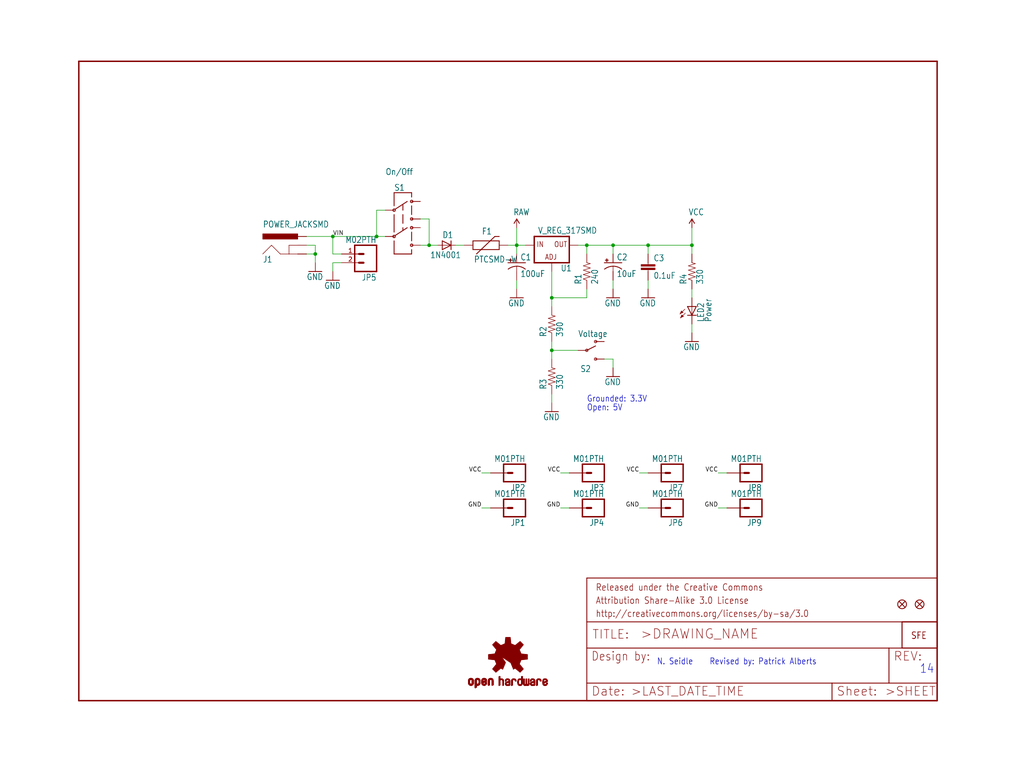
<source format=kicad_sch>
(kicad_sch (version 20211123) (generator eeschema)
  (paper "User" 297.002 223.926)
  (lib_symbols
    (symbol "schematicEagle-eagle-import:AYZ0202"
      (property "Value" "AYZ0202" (at -2.54 -12.7 0))
      (symbol "AYZ0202_1_0"
        (pin bidirectional line (at 5.08 0 180) (length 2.54) (name "3") (number "1"))
        (pin bidirectional line (at -5.08 2.54 0) (length 2.54) (name "2") (number "2"))
        (pin bidirectional line (at 5.08 5.08 180) (length 2.54) (name "1") (number "3"))
        (pin bidirectional line (at 5.08 -7.62 180) (length 2.54) (name "6") (number "4"))
        (pin bidirectional line (at -5.08 -5.08 0) (length 2.54) (name "5") (number "5"))
        (pin bidirectional line (at 5.08 -2.54 180) (length 2.54) (name "4") (number "6"))
      )
    )
    (symbol "schematicEagle-eagle-import:CAP0603-CAP"
      (property "Reference" "C" (at 1.524 2.921 0))
      (property "Value" "CAP0603-CAP" (at 1.524 -2.159 0))
      (symbol "CAP0603-CAP_1_0"
        (pin passive line (at 0 5.08 270) (length 2.54) (name "1") (number "1"))
        (pin passive line (at 0 -2.54 90) (length 2.54) (name "2") (number "2"))
      )
    )
    (symbol "schematicEagle-eagle-import:CAP_POL1206"
      (property "Reference" "C" (at 1.016 0.635 0))
      (property "Value" "CAP_POL1206" (at 1.016 -4.191 0))
      (symbol "CAP_POL1206_1_0"
        (pin passive line (at 0 2.54 270) (length 2.54) (name "+") (number "A"))
        (pin passive line (at 0 -5.08 90) (length 2.54) (name "-") (number "C"))
      )
    )
    (symbol "schematicEagle-eagle-import:CAP_POL7343"
      (property "Reference" "C" (at 1.016 0.635 0))
      (property "Value" "CAP_POL7343" (at 1.016 -4.191 0))
      (symbol "CAP_POL7343_1_0"
        (pin passive line (at 0 2.54 270) (length 2.54) (name "+") (number "A"))
        (pin passive line (at 0 -5.08 90) (length 2.54) (name "-") (number "C"))
      )
    )
    (symbol "schematicEagle-eagle-import:DIODESMA-TYLERALT1"
      (property "Reference" "D" (at 2.54 0.4826 0))
      (property "Value" "DIODESMA-TYLERALT1" (at 2.54 -2.3114 0))
      (symbol "DIODESMA-TYLERALT1_1_0"
        (pin passive line (at -2.54 0 0) (length 2.54) (name "A") (number "A"))
        (pin passive line (at 2.54 0 180) (length 2.54) (name "C") (number "C"))
      )
    )
    (symbol "schematicEagle-eagle-import:FIDUCIAL1X2")
    (symbol "schematicEagle-eagle-import:FRAME-LETTER"
      (symbol "FRAME-LETTER_2_0"
        (text ">DRAWING_NAME" (at 15.494 17.78 0) (effects (font (size 2.7432 2.7432)) (justify left bottom)))
        (text ">LAST_DATE_TIME" (at 12.7 1.27 0) (effects (font (size 2.54 2.54)) (justify left bottom)))
        (text ">SHEET" (at 86.36 1.27 0) (effects (font (size 2.54 2.54)) (justify left bottom)))
        (text "Attribution Share-Alike 3.0 License" (at 2.54 27.94 0) (effects (font (size 1.9304 1.6408)) (justify left bottom)))
        (text "Date:" (at 1.27 1.27 0) (effects (font (size 2.54 2.54)) (justify left bottom)))
        (text "Design by:" (at 1.27 11.43 0) (effects (font (size 2.54 2.159)) (justify left bottom)))
        (text "http://creativecommons.org/licenses/by-sa/3.0" (at 2.54 24.13 0) (effects (font (size 1.9304 1.6408)) (justify left bottom)))
        (text "Released under the Creative Commons" (at 2.54 31.75 0) (effects (font (size 1.9304 1.6408)) (justify left bottom)))
        (text "REV:" (at 88.9 11.43 0) (effects (font (size 2.54 2.54)) (justify left bottom)))
        (text "Sheet:" (at 72.39 1.27 0) (effects (font (size 2.54 2.54)) (justify left bottom)))
        (text "TITLE:" (at 1.524 17.78 0) (effects (font (size 2.54 2.54)) (justify left bottom)))
      )
    )
    (symbol "schematicEagle-eagle-import:GND" (power)
      (property "Value" "GND" (at -2.54 -2.54 0))
      (symbol "GND_1_0"
        (pin power_in line (at 0 2.54 270) (length 2.54) (name "GND") (number "1"))
      )
    )
    (symbol "schematicEagle-eagle-import:LED1206"
      (property "Reference" "LED" (at 3.556 -4.572 90))
      (property "Value" "LED1206" (at 5.715 -4.572 90))
      (symbol "LED1206_1_0"
        (pin passive line (at 0 2.54 270) (length 2.54) (name "A") (number "A"))
        (pin passive line (at 0 -5.08 90) (length 2.54) (name "C") (number "C"))
      )
    )
    (symbol "schematicEagle-eagle-import:LOGO-SFENEW"
      (symbol "LOGO-SFENEW_1_0"
        (text "SFE" (at 0 0 0) (effects (font (size 1.9304 1.6408)) (justify left bottom)))
      )
    )
    (symbol "schematicEagle-eagle-import:LOGO-SFESK"
      (symbol "LOGO-SFESK_1_0"
        (text "SFE" (at 0 0 0) (effects (font (size 1.9304 1.6408)) (justify left bottom)))
      )
    )
    (symbol "schematicEagle-eagle-import:M01PTH"
      (property "Reference" "JP" (at -2.54 3.302 0))
      (property "Value" "M01PTH" (at -2.54 -5.08 0))
      (symbol "M01PTH_1_0"
        (pin passive line (at 7.62 0 180) (length 5.08) (name "1") (number "1"))
      )
    )
    (symbol "schematicEagle-eagle-import:M02PTH"
      (property "Reference" "JP" (at -2.54 5.842 0))
      (property "Value" "M02PTH" (at -2.54 -5.08 0))
      (symbol "M02PTH_1_0"
        (pin passive line (at 7.62 0 180) (length 5.08) (name "1") (number "1"))
        (pin passive line (at 7.62 2.54 180) (length 5.08) (name "2") (number "2"))
      )
    )
    (symbol "schematicEagle-eagle-import:OSHW-LOGOS")
    (symbol "schematicEagle-eagle-import:POWER_JACKSMD"
      (property "Reference" "J" (at -10.16 0 0))
      (property "Value" "POWER_JACKSMD" (at -10.16 10.16 0))
      (symbol "POWER_JACKSMD_1_0"
        (pin bidirectional line (at 2.54 5.08 180) (length 2.54) (name "GNDBREAK") (number "GND"))
        (pin bidirectional line (at 2.54 2.54 180) (length 2.54) (name "GND") (number "P$4"))
        (pin bidirectional line (at 2.54 7.62 180) (length 2.54) (name "PWR") (number "VIN0"))
      )
    )
    (symbol "schematicEagle-eagle-import:PTCSMD-W"
      (property "Reference" "F" (at -2.54 3.048 0))
      (property "Value" "PTCSMD-W" (at -3.302 -5.08 0))
      (symbol "PTCSMD-W_1_0"
        (pin bidirectional line (at -5.08 0 0) (length 2.54) (name "1") (number "1"))
        (pin bidirectional line (at 7.62 0 180) (length 2.54) (name "2") (number "2"))
      )
    )
    (symbol "schematicEagle-eagle-import:RESISTOR0603-RES"
      (property "Reference" "R" (at -3.81 1.4986 0))
      (property "Value" "RESISTOR0603-RES" (at -3.81 -3.302 0))
      (symbol "RESISTOR0603-RES_1_0"
        (pin passive line (at -5.08 0 0) (length 2.54) (name "1") (number "1"))
        (pin passive line (at 5.08 0 180) (length 2.54) (name "2") (number "2"))
      )
    )
    (symbol "schematicEagle-eagle-import:SWITCH-SPSTSMD"
      (property "Reference" "S" (at -1.905 -6.35 0))
      (property "Value" "SWITCH-SPSTSMD" (at -2.54 3.81 0))
      (symbol "SWITCH-SPSTSMD_1_0"
        (pin passive line (at 5.08 2.54 180) (length 2.54) (name "O") (number "1"))
        (pin passive line (at -2.54 0 0) (length 2.54) (name "P") (number "2"))
        (pin passive line (at 5.08 -2.54 180) (length 2.54) (name "S") (number "3"))
      )
    )
    (symbol "schematicEagle-eagle-import:VCC" (power)
      (property "Value" "VCC" (at -1.016 3.556 0))
      (symbol "VCC_1_0"
        (pin power_in line (at 0 0 90) (length 2.54) (name "VCC") (number "1"))
      )
    )
    (symbol "schematicEagle-eagle-import:V_REG_317SMD"
      (property "Reference" "U" (at 2.54 -7.62 0))
      (property "Value" "V_REG_317SMD" (at 2.54 -10.16 0))
      (symbol "V_REG_317SMD_1_0"
        (text "ADJ" (at -2.032 -4.318 0) (effects (font (size 1.524 1.2954)) (justify left bottom)))
        (text "IN" (at -4.445 -0.635 0) (effects (font (size 1.524 1.2954)) (justify left bottom)))
        (text "OUT" (at 0.635 -0.635 0) (effects (font (size 1.524 1.2954)) (justify left bottom)))
        (pin input line (at 0 -7.62 90) (length 2.54) (name "ADJ") (number "1"))
        (pin output line (at 7.62 0 180) (length 2.54) (name "OUT") (number "2"))
        (pin input line (at -7.62 0 0) (length 2.54) (name "IN") (number "3"))
      )
    )
  )
  (junction (at 187.96 71.12))
  (junction (at 149.86 71.12))
  (junction (at 170.18 71.12))
  (junction (at 96.52 68.58))
  (junction (at 177.8 71.12))
  (junction (at 124.46 71.12))
  (junction (at 200.66 71.12))
  (junction (at 91.44 73.66))
  (junction (at 160.02 101.6))
  (junction (at 160.02 86.36))
  (junction (at 109.22 68.58))
  (wire (pts (xy 187.96 71.12) (xy 200.66 71.12)))
  (wire (pts (xy 160.02 86.36) (xy 160.02 78.74)))
  (wire (pts (xy 170.18 71.12) (xy 177.8 71.12)))
  (wire (pts (xy 175.26 104.14) (xy 177.8 104.14)))
  (wire (pts (xy 99.06 76.2) (xy 96.52 76.2)))
  (wire (pts (xy 160.02 101.6) (xy 160.02 104.14)))
  (wire (pts (xy 170.18 73.66) (xy 170.18 71.12)))
  (wire (pts (xy 187.96 73.66) (xy 187.96 71.12)))
  (wire (pts (xy 124.46 71.12) (xy 127 71.12)))
  (wire (pts (xy 210.82 147.32) (xy 208.28 147.32)))
  (wire (pts (xy 177.8 71.12) (xy 187.96 71.12)))
  (wire (pts (xy 99.06 73.66) (xy 96.52 73.66)))
  (wire (pts (xy 170.18 86.36) (xy 160.02 86.36)))
  (wire (pts (xy 142.24 147.32) (xy 139.7 147.32)))
  (wire (pts (xy 149.86 71.12) (xy 149.86 66.04)))
  (wire (pts (xy 142.24 137.16) (xy 139.7 137.16)))
  (wire (pts (xy 96.52 68.58) (xy 109.22 68.58)))
  (wire (pts (xy 167.64 101.6) (xy 160.02 101.6)))
  (wire (pts (xy 160.02 99.06) (xy 160.02 101.6)))
  (wire (pts (xy 149.86 83.82) (xy 149.86 81.28)))
  (wire (pts (xy 187.96 147.32) (xy 185.42 147.32)))
  (wire (pts (xy 149.86 73.66) (xy 149.86 71.12)))
  (wire (pts (xy 165.1 137.16) (xy 162.56 137.16)))
  (wire (pts (xy 91.44 76.2) (xy 91.44 73.66)))
  (wire (pts (xy 200.66 73.66) (xy 200.66 71.12)))
  (wire (pts (xy 210.82 137.16) (xy 208.28 137.16)))
  (wire (pts (xy 187.96 83.82) (xy 187.96 81.28)))
  (wire (pts (xy 147.32 71.12) (xy 149.86 71.12)))
  (wire (pts (xy 96.52 76.2) (xy 96.52 78.74)))
  (wire (pts (xy 91.44 73.66) (xy 88.9 73.66)))
  (wire (pts (xy 177.8 73.66) (xy 177.8 71.12)))
  (wire (pts (xy 109.22 60.96) (xy 109.22 68.58)))
  (wire (pts (xy 170.18 83.82) (xy 170.18 86.36)))
  (wire (pts (xy 187.96 137.16) (xy 185.42 137.16)))
  (wire (pts (xy 177.8 104.14) (xy 177.8 106.68)))
  (wire (pts (xy 91.44 71.12) (xy 91.44 73.66)))
  (wire (pts (xy 149.86 71.12) (xy 152.4 71.12)))
  (wire (pts (xy 160.02 88.9) (xy 160.02 86.36)))
  (wire (pts (xy 88.9 71.12) (xy 91.44 71.12)))
  (wire (pts (xy 200.66 71.12) (xy 200.66 66.04)))
  (wire (pts (xy 121.92 63.5) (xy 124.46 63.5)))
  (wire (pts (xy 111.76 60.96) (xy 109.22 60.96)))
  (wire (pts (xy 167.64 71.12) (xy 170.18 71.12)))
  (wire (pts (xy 88.9 68.58) (xy 96.52 68.58)))
  (wire (pts (xy 121.92 71.12) (xy 124.46 71.12)))
  (wire (pts (xy 96.52 73.66) (xy 96.52 68.58)))
  (wire (pts (xy 124.46 63.5) (xy 124.46 71.12)))
  (wire (pts (xy 177.8 83.82) (xy 177.8 81.28)))
  (wire (pts (xy 200.66 96.52) (xy 200.66 93.98)))
  (wire (pts (xy 109.22 68.58) (xy 111.76 68.58)))
  (wire (pts (xy 132.08 71.12) (xy 134.62 71.12)))
  (wire (pts (xy 165.1 147.32) (xy 162.56 147.32)))
  (wire (pts (xy 200.66 86.36) (xy 200.66 83.82)))
  (wire (pts (xy 160.02 114.3) (xy 160.02 116.84)))
  (text "Open: 5V" (at 170.18 119.38 180) (effects (font (size 1.778 1.5113)) (justify left bottom)))
  (text "Revised by: Patrick Alberts" (at 205.74 193.04 180) (effects (font (size 1.778 1.5113)) (justify left bottom)))
  (text "14" (at 266.7 195.58 180) (effects (font (size 2.54 2.159)) (justify left bottom)))
  (text "Grounded: 3.3V" (at 170.18 116.84 180) (effects (font (size 1.778 1.5113)) (justify left bottom)))
  (text "N. Seidle" (at 190.5 193.04 180) (effects (font (size 1.778 1.5113)) (justify left bottom)))
  (label "GND" (at 208.28 147.32 180) (effects (font (size 1.2446 1.2446))))
  (label "VIN" (at 96.52 68.58 0) (effects (font (size 1.2446 1.2446))))
  (label "VCC" (at 162.56 137.16 180) (effects (font (size 1.2446 1.2446))))
  (label "GND" (at 162.56 147.32 180) (effects (font (size 1.2446 1.2446))))
  (label "VCC" (at 185.42 137.16 180) (effects (font (size 1.2446 1.2446))))
  (label "VCC" (at 208.28 137.16 180) (effects (font (size 1.2446 1.2446))))
  (label "GND" (at 139.7 147.32 180) (effects (font (size 1.2446 1.2446))))
  (label "VCC" (at 139.7 137.16 180) (effects (font (size 1.2446 1.2446))))
  (label "GND" (at 185.42 147.32 180) (effects (font (size 1.2446 1.2446))))
  (symbol (lib_id "schematicEagle-eagle-import:M01PTH") (at 218.44 137.16 180) (unit 1)
    (property "Reference" "JP8" (at 220.98 140.462 0) (effects (font (size 1.778 1.5113)) (justify left bottom)))
    (property "Value" "M01PTH" (at 220.98 132.08 0) (effects (font (size 1.778 1.5113)) (justify left bottom)))
    (property "Footprint" "schematicEagle:1X01" (effects hide))
  )
  (symbol (lib_id "schematicEagle-eagle-import:FIDUCIAL1X2") (at 266.7 175.26 0) (unit 1)
    (property "Reference" "U$4" (effects hide))
    (property "Value" "FIDUCIAL1X2" (effects hide))
    (property "Footprint" "schematicEagle:FIDUCIAL-1X2" (effects hide))
  )
  (symbol (lib_id "schematicEagle-eagle-import:FRAME-LETTER") (at 22.86 203.2 0) (unit 1)
    (property "Reference" "FRAME1" (effects hide))
    (property "Value" "FRAME-LETTER" (effects hide))
    (property "Footprint" "schematicEagle:CREATIVE_COMMONS" (effects hide))
  )
  (symbol (lib_id "schematicEagle-eagle-import:AYZ0202") (at 116.84 63.5 0) (unit 1)
    (property "Reference" "S1" (at 114.3 55.372 0) (effects (font (size 1.778 1.5113)) (justify left bottom)))
    (property "Value" "On/Off" (at 111.76 50.8 0) (effects (font (size 1.778 1.5113)) (justify left bottom)))
    (property "Footprint" "schematicEagle:AYZ0202" (effects hide))
  )
  (symbol (lib_id "schematicEagle-eagle-import:LOGO-SFENEW") (at 264.16 185.42 0) (unit 1)
    (property "Reference" "U$2" (effects hide))
    (property "Value" "LOGO-SFENEW" (effects hide))
    (property "Footprint" "schematicEagle:SFE-NEW-WEBLOGO" (effects hide))
  )
  (symbol (lib_id "schematicEagle-eagle-import:CAP_POL1206") (at 177.8 76.2 0) (unit 1)
    (property "Reference" "C2" (at 178.816 75.565 0) (effects (font (size 1.778 1.5113)) (justify left bottom)))
    (property "Value" "10uF" (at 178.816 80.391 0) (effects (font (size 1.778 1.5113)) (justify left bottom)))
    (property "Footprint" "schematicEagle:EIA3216" (effects hide))
  )
  (symbol (lib_id "schematicEagle-eagle-import:GND") (at 96.52 81.28 0) (unit 1)
    (property "Reference" "#GND7" (effects hide))
    (property "Value" "GND" (at 93.98 83.82 0) (effects (font (size 1.778 1.5113)) (justify left bottom)))
    (property "Footprint" "schematicEagle:" (effects hide))
  )
  (symbol (lib_id "schematicEagle-eagle-import:FRAME-LETTER") (at 170.18 203.2 0) (unit 2)
    (property "Reference" "FRAME1" (effects hide))
    (property "Value" "FRAME-LETTER" (effects hide))
    (property "Footprint" "schematicEagle:CREATIVE_COMMONS" (effects hide))
  )
  (symbol (lib_id "schematicEagle-eagle-import:GND") (at 160.02 119.38 0) (unit 1)
    (property "Reference" "#GND4" (effects hide))
    (property "Value" "GND" (at 157.48 121.92 0) (effects (font (size 1.778 1.5113)) (justify left bottom)))
    (property "Footprint" "schematicEagle:" (effects hide))
  )
  (symbol (lib_id "schematicEagle-eagle-import:M01PTH") (at 195.58 137.16 180) (unit 1)
    (property "Reference" "JP7" (at 198.12 140.462 0) (effects (font (size 1.778 1.5113)) (justify left bottom)))
    (property "Value" "M01PTH" (at 198.12 132.08 0) (effects (font (size 1.778 1.5113)) (justify left bottom)))
    (property "Footprint" "schematicEagle:1X01" (effects hide))
  )
  (symbol (lib_id "schematicEagle-eagle-import:M02PTH") (at 106.68 73.66 180) (unit 1)
    (property "Reference" "JP5" (at 109.22 79.502 0) (effects (font (size 1.778 1.5113)) (justify left bottom)))
    (property "Value" "M02PTH" (at 109.22 68.58 0) (effects (font (size 1.778 1.5113)) (justify left bottom)))
    (property "Footprint" "schematicEagle:1X02" (effects hide))
  )
  (symbol (lib_id "schematicEagle-eagle-import:V_REG_317SMD") (at 160.02 71.12 0) (unit 1)
    (property "Reference" "U1" (at 162.56 78.74 0) (effects (font (size 1.778 1.5113)) (justify left bottom)))
    (property "Value" "V_REG_317SMD" (at 155.956 67.818 0) (effects (font (size 1.778 1.5113)) (justify left bottom)))
    (property "Footprint" "schematicEagle:SOT223" (effects hide))
  )
  (symbol (lib_id "schematicEagle-eagle-import:RESISTOR0603-RES") (at 160.02 93.98 90) (unit 1)
    (property "Reference" "R2" (at 158.5214 97.79 0) (effects (font (size 1.778 1.5113)) (justify left bottom)))
    (property "Value" "390" (at 163.322 97.79 0) (effects (font (size 1.778 1.5113)) (justify left bottom)))
    (property "Footprint" "schematicEagle:0603-RES" (effects hide))
  )
  (symbol (lib_id "schematicEagle-eagle-import:LOGO-SFESK") (at 264.16 185.42 0) (unit 1)
    (property "Reference" "U$1" (effects hide))
    (property "Value" "LOGO-SFESK" (effects hide))
    (property "Footprint" "schematicEagle:SFE-LOGO-FLAME" (effects hide))
  )
  (symbol (lib_id "schematicEagle-eagle-import:GND") (at 200.66 99.06 0) (unit 1)
    (property "Reference" "#GND3" (effects hide))
    (property "Value" "GND" (at 198.12 101.6 0) (effects (font (size 1.778 1.5113)) (justify left bottom)))
    (property "Footprint" "schematicEagle:" (effects hide))
  )
  (symbol (lib_id "schematicEagle-eagle-import:RESISTOR0603-RES") (at 170.18 78.74 90) (unit 1)
    (property "Reference" "R1" (at 168.6814 82.55 0) (effects (font (size 1.778 1.5113)) (justify left bottom)))
    (property "Value" "240" (at 173.482 82.55 0) (effects (font (size 1.778 1.5113)) (justify left bottom)))
    (property "Footprint" "schematicEagle:0603-RES" (effects hide))
  )
  (symbol (lib_id "schematicEagle-eagle-import:GND") (at 187.96 86.36 0) (unit 1)
    (property "Reference" "#GND2" (effects hide))
    (property "Value" "GND" (at 185.42 88.9 0) (effects (font (size 1.778 1.5113)) (justify left bottom)))
    (property "Footprint" "schematicEagle:" (effects hide))
  )
  (symbol (lib_id "schematicEagle-eagle-import:DIODESMA-TYLERALT1") (at 129.54 71.12 0) (unit 1)
    (property "Reference" "D1" (at 128.27 69.1134 0) (effects (font (size 1.778 1.5113)) (justify left bottom)))
    (property "Value" "1N4001" (at 124.714 74.93 0) (effects (font (size 1.778 1.5113)) (justify left bottom)))
    (property "Footprint" "schematicEagle:SMA-DIODE-TYLERALT1" (effects hide))
  )
  (symbol (lib_id "schematicEagle-eagle-import:M01PTH") (at 172.72 137.16 180) (unit 1)
    (property "Reference" "JP3" (at 175.26 140.462 0) (effects (font (size 1.778 1.5113)) (justify left bottom)))
    (property "Value" "M01PTH" (at 175.26 132.08 0) (effects (font (size 1.778 1.5113)) (justify left bottom)))
    (property "Footprint" "schematicEagle:1X01" (effects hide))
  )
  (symbol (lib_id "schematicEagle-eagle-import:CAP0603-CAP") (at 187.96 78.74 0) (unit 1)
    (property "Reference" "C3" (at 189.484 75.819 0) (effects (font (size 1.778 1.5113)) (justify left bottom)))
    (property "Value" "0.1uF" (at 189.484 80.899 0) (effects (font (size 1.778 1.5113)) (justify left bottom)))
    (property "Footprint" "schematicEagle:0603-CAP" (effects hide))
  )
  (symbol (lib_id "schematicEagle-eagle-import:RESISTOR0603-RES") (at 200.66 78.74 90) (unit 1)
    (property "Reference" "R4" (at 199.1614 82.55 0) (effects (font (size 1.778 1.5113)) (justify left bottom)))
    (property "Value" "330" (at 203.962 82.55 0) (effects (font (size 1.778 1.5113)) (justify left bottom)))
    (property "Footprint" "schematicEagle:0603-RES" (effects hide))
  )
  (symbol (lib_id "schematicEagle-eagle-import:M01PTH") (at 172.72 147.32 180) (unit 1)
    (property "Reference" "JP4" (at 175.26 150.622 0) (effects (font (size 1.778 1.5113)) (justify left bottom)))
    (property "Value" "M01PTH" (at 175.26 142.24 0) (effects (font (size 1.778 1.5113)) (justify left bottom)))
    (property "Footprint" "schematicEagle:1X01" (effects hide))
  )
  (symbol (lib_id "schematicEagle-eagle-import:CAP_POL7343") (at 149.86 76.2 0) (unit 1)
    (property "Reference" "C1" (at 150.876 75.565 0) (effects (font (size 1.778 1.5113)) (justify left bottom)))
    (property "Value" "100uF" (at 150.876 80.391 0) (effects (font (size 1.778 1.5113)) (justify left bottom)))
    (property "Footprint" "schematicEagle:EIA7343" (effects hide))
  )
  (symbol (lib_id "schematicEagle-eagle-import:LED1206") (at 200.66 88.9 0) (unit 1)
    (property "Reference" "LED2" (at 204.216 93.472 90) (effects (font (size 1.778 1.5113)) (justify left bottom)))
    (property "Value" "Power" (at 206.375 93.472 90) (effects (font (size 1.778 1.5113)) (justify left bottom)))
    (property "Footprint" "schematicEagle:LED-1206" (effects hide))
  )
  (symbol (lib_id "schematicEagle-eagle-import:GND") (at 149.86 86.36 0) (unit 1)
    (property "Reference" "#GND5" (effects hide))
    (property "Value" "GND" (at 147.32 88.9 0) (effects (font (size 1.778 1.5113)) (justify left bottom)))
    (property "Footprint" "schematicEagle:" (effects hide))
  )
  (symbol (lib_id "schematicEagle-eagle-import:VCC") (at 149.86 66.04 0) (unit 1)
    (property "Reference" "#RAW0" (effects hide))
    (property "Value" "RAW" (at 148.844 62.484 0) (effects (font (size 1.778 1.5113)) (justify left bottom)))
    (property "Footprint" "schematicEagle:" (effects hide))
  )
  (symbol (lib_id "schematicEagle-eagle-import:PTCSMD-W") (at 139.7 71.12 0) (unit 1)
    (property "Reference" "F1" (at 139.7 68.072 0) (effects (font (size 1.778 1.5113)) (justify left bottom)))
    (property "Value" "PTCSMD-W" (at 137.414 76.2 0) (effects (font (size 1.778 1.5113)) (justify left bottom)))
    (property "Footprint" "schematicEagle:PTC-1206-WIDE" (effects hide))
  )
  (symbol (lib_id "schematicEagle-eagle-import:POWER_JACKSMD") (at 86.36 76.2 0) (unit 1)
    (property "Reference" "J1" (at 76.2 76.2 0) (effects (font (size 1.778 1.5113)) (justify left bottom)))
    (property "Value" "POWER_JACKSMD" (at 76.2 66.04 0) (effects (font (size 1.778 1.5113)) (justify left bottom)))
    (property "Footprint" "schematicEagle:POWER_JACK_SMD" (effects hide))
  )
  (symbol (lib_id "schematicEagle-eagle-import:M01PTH") (at 218.44 147.32 180) (unit 1)
    (property "Reference" "JP9" (at 220.98 150.622 0) (effects (font (size 1.778 1.5113)) (justify left bottom)))
    (property "Value" "M01PTH" (at 220.98 142.24 0) (effects (font (size 1.778 1.5113)) (justify left bottom)))
    (property "Footprint" "schematicEagle:1X01" (effects hide))
  )
  (symbol (lib_id "schematicEagle-eagle-import:GND") (at 177.8 109.22 0) (unit 1)
    (property "Reference" "#GND8" (effects hide))
    (property "Value" "GND" (at 175.26 111.76 0) (effects (font (size 1.778 1.5113)) (justify left bottom)))
    (property "Footprint" "schematicEagle:" (effects hide))
  )
  (symbol (lib_id "schematicEagle-eagle-import:VCC") (at 200.66 66.04 0) (unit 1)
    (property "Reference" "#P+3" (effects hide))
    (property "Value" "VCC" (at 199.644 62.484 0) (effects (font (size 1.778 1.5113)) (justify left bottom)))
    (property "Footprint" "schematicEagle:" (effects hide))
  )
  (symbol (lib_id "schematicEagle-eagle-import:GND") (at 177.8 86.36 0) (unit 1)
    (property "Reference" "#GND1" (effects hide))
    (property "Value" "GND" (at 175.26 88.9 0) (effects (font (size 1.778 1.5113)) (justify left bottom)))
    (property "Footprint" "schematicEagle:" (effects hide))
  )
  (symbol (lib_id "schematicEagle-eagle-import:FIDUCIAL1X2") (at 261.62 175.26 0) (unit 1)
    (property "Reference" "U$3" (effects hide))
    (property "Value" "FIDUCIAL1X2" (effects hide))
    (property "Footprint" "schematicEagle:FIDUCIAL-1X2" (effects hide))
  )
  (symbol (lib_id "schematicEagle-eagle-import:OSHW-LOGOS") (at 147.32 190.5 0) (unit 1)
    (property "Reference" "LOGO1" (effects hide))
    (property "Value" "OSHW-LOGOS" (effects hide))
    (property "Footprint" "schematicEagle:OSHW-LOGO-S" (effects hide))
  )
  (symbol (lib_id "schematicEagle-eagle-import:M01PTH") (at 149.86 147.32 180) (unit 1)
    (property "Reference" "JP1" (at 152.4 150.622 0) (effects (font (size 1.778 1.5113)) (justify left bottom)))
    (property "Value" "M01PTH" (at 152.4 142.24 0) (effects (font (size 1.778 1.5113)) (justify left bottom)))
    (property "Footprint" "schematicEagle:1X01" (effects hide))
  )
  (symbol (lib_id "schematicEagle-eagle-import:RESISTOR0603-RES") (at 160.02 109.22 90) (unit 1)
    (property "Reference" "R3" (at 158.5214 113.03 0) (effects (font (size 1.778 1.5113)) (justify left bottom)))
    (property "Value" "330" (at 163.322 113.03 0) (effects (font (size 1.778 1.5113)) (justify left bottom)))
    (property "Footprint" "schematicEagle:0603-RES" (effects hide))
  )
  (symbol (lib_id "schematicEagle-eagle-import:M01PTH") (at 195.58 147.32 180) (unit 1)
    (property "Reference" "JP6" (at 198.12 150.622 0) (effects (font (size 1.778 1.5113)) (justify left bottom)))
    (property "Value" "M01PTH" (at 198.12 142.24 0) (effects (font (size 1.778 1.5113)) (justify left bottom)))
    (property "Footprint" "schematicEagle:1X01" (effects hide))
  )
  (symbol (lib_id "schematicEagle-eagle-import:M01PTH") (at 149.86 137.16 180) (unit 1)
    (property "Reference" "JP2" (at 152.4 140.462 0) (effects (font (size 1.778 1.5113)) (justify left bottom)))
    (property "Value" "M01PTH" (at 152.4 132.08 0) (effects (font (size 1.778 1.5113)) (justify left bottom)))
    (property "Footprint" "schematicEagle:1X01" (effects hide))
  )
  (symbol (lib_id "schematicEagle-eagle-import:GND") (at 91.44 78.74 0) (unit 1)
    (property "Reference" "#GND6" (effects hide))
    (property "Value" "GND" (at 88.9 81.28 0) (effects (font (size 1.778 1.5113)) (justify left bottom)))
    (property "Footprint" "schematicEagle:" (effects hide))
  )
  (symbol (lib_id "schematicEagle-eagle-import:SWITCH-SPSTSMD") (at 170.18 101.6 0) (unit 1)
    (property "Reference" "S2" (at 168.275 107.95 0) (effects (font (size 1.778 1.5113)) (justify left bottom)))
    (property "Value" "Voltage" (at 167.64 97.79 0) (effects (font (size 1.778 1.5113)) (justify left bottom)))
    (property "Footprint" "schematicEagle:AYZ0202" (effects hide))
  )
)
</source>
